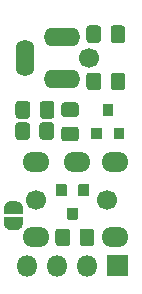
<source format=gbr>
%TF.GenerationSoftware,KiCad,Pcbnew,5.1.8*%
%TF.CreationDate,2020-12-26T21:24:44+01:00*%
%TF.ProjectId,kenwood-trrs,6b656e77-6f6f-4642-9d74-7272732e6b69,rev?*%
%TF.SameCoordinates,Original*%
%TF.FileFunction,Soldermask,Top*%
%TF.FilePolarity,Negative*%
%FSLAX46Y46*%
G04 Gerber Fmt 4.6, Leading zero omitted, Abs format (unit mm)*
G04 Created by KiCad (PCBNEW 5.1.8) date 2020-12-26 21:24:44*
%MOMM*%
%LPD*%
G01*
G04 APERTURE LIST*
%ADD10C,1.700000*%
%ADD11O,2.300000X1.700000*%
%ADD12C,0.100000*%
%ADD13O,1.800000X1.800000*%
%ADD14O,3.100000X1.600000*%
%ADD15O,1.600000X3.100000*%
G04 APERTURE END LIST*
D10*
%TO.C,J3*%
X157100000Y-88800000D03*
X151100000Y-88800000D03*
D11*
X157800000Y-85650000D03*
X157800000Y-91950000D03*
X154600000Y-85650000D03*
X151100000Y-85650000D03*
X151100000Y-91950000D03*
%TD*%
D12*
%TO.C,JP1*%
G36*
X148400961Y-90290245D02*
G01*
X148403806Y-90280866D01*
X148408427Y-90272221D01*
X148414645Y-90264645D01*
X148422221Y-90258427D01*
X148430866Y-90253806D01*
X148440245Y-90250961D01*
X148450000Y-90250000D01*
X149950000Y-90250000D01*
X149959755Y-90250961D01*
X149969134Y-90253806D01*
X149977779Y-90258427D01*
X149985355Y-90264645D01*
X149991573Y-90272221D01*
X149996194Y-90280866D01*
X149999039Y-90290245D01*
X150000000Y-90300000D01*
X150000000Y-90800000D01*
X149999398Y-90806111D01*
X149999398Y-90824534D01*
X149999157Y-90829435D01*
X149994347Y-90878266D01*
X149993627Y-90883119D01*
X149984055Y-90931244D01*
X149982863Y-90936005D01*
X149968619Y-90982960D01*
X149966966Y-90987579D01*
X149948189Y-91032912D01*
X149946091Y-91037349D01*
X149922960Y-91080622D01*
X149920438Y-91084829D01*
X149893178Y-91125628D01*
X149890254Y-91129570D01*
X149859126Y-91167499D01*
X149855831Y-91171134D01*
X149821134Y-91205831D01*
X149817499Y-91209126D01*
X149779570Y-91240254D01*
X149775628Y-91243178D01*
X149734829Y-91270438D01*
X149730622Y-91272960D01*
X149687349Y-91296091D01*
X149682912Y-91298189D01*
X149637579Y-91316966D01*
X149632960Y-91318619D01*
X149586005Y-91332863D01*
X149581244Y-91334055D01*
X149533119Y-91343627D01*
X149528266Y-91344347D01*
X149479435Y-91349157D01*
X149474534Y-91349398D01*
X149456111Y-91349398D01*
X149450000Y-91350000D01*
X148950000Y-91350000D01*
X148943889Y-91349398D01*
X148925466Y-91349398D01*
X148920565Y-91349157D01*
X148871734Y-91344347D01*
X148866881Y-91343627D01*
X148818756Y-91334055D01*
X148813995Y-91332863D01*
X148767040Y-91318619D01*
X148762421Y-91316966D01*
X148717088Y-91298189D01*
X148712651Y-91296091D01*
X148669378Y-91272960D01*
X148665171Y-91270438D01*
X148624372Y-91243178D01*
X148620430Y-91240254D01*
X148582501Y-91209126D01*
X148578866Y-91205831D01*
X148544169Y-91171134D01*
X148540874Y-91167499D01*
X148509746Y-91129570D01*
X148506822Y-91125628D01*
X148479562Y-91084829D01*
X148477040Y-91080622D01*
X148453909Y-91037349D01*
X148451811Y-91032912D01*
X148433034Y-90987579D01*
X148431381Y-90982960D01*
X148417137Y-90936005D01*
X148415945Y-90931244D01*
X148406373Y-90883119D01*
X148405653Y-90878266D01*
X148400843Y-90829435D01*
X148400602Y-90824534D01*
X148400602Y-90806111D01*
X148400000Y-90800000D01*
X148400000Y-90300000D01*
X148400961Y-90290245D01*
G37*
G36*
X148400602Y-89493889D02*
G01*
X148400602Y-89475466D01*
X148400843Y-89470565D01*
X148405653Y-89421734D01*
X148406373Y-89416881D01*
X148415945Y-89368756D01*
X148417137Y-89363995D01*
X148431381Y-89317040D01*
X148433034Y-89312421D01*
X148451811Y-89267088D01*
X148453909Y-89262651D01*
X148477040Y-89219378D01*
X148479562Y-89215171D01*
X148506822Y-89174372D01*
X148509746Y-89170430D01*
X148540874Y-89132501D01*
X148544169Y-89128866D01*
X148578866Y-89094169D01*
X148582501Y-89090874D01*
X148620430Y-89059746D01*
X148624372Y-89056822D01*
X148665171Y-89029562D01*
X148669378Y-89027040D01*
X148712651Y-89003909D01*
X148717088Y-89001811D01*
X148762421Y-88983034D01*
X148767040Y-88981381D01*
X148813995Y-88967137D01*
X148818756Y-88965945D01*
X148866881Y-88956373D01*
X148871734Y-88955653D01*
X148920565Y-88950843D01*
X148925466Y-88950602D01*
X148943889Y-88950602D01*
X148950000Y-88950000D01*
X149450000Y-88950000D01*
X149456111Y-88950602D01*
X149474534Y-88950602D01*
X149479435Y-88950843D01*
X149528266Y-88955653D01*
X149533119Y-88956373D01*
X149581244Y-88965945D01*
X149586005Y-88967137D01*
X149632960Y-88981381D01*
X149637579Y-88983034D01*
X149682912Y-89001811D01*
X149687349Y-89003909D01*
X149730622Y-89027040D01*
X149734829Y-89029562D01*
X149775628Y-89056822D01*
X149779570Y-89059746D01*
X149817499Y-89090874D01*
X149821134Y-89094169D01*
X149855831Y-89128866D01*
X149859126Y-89132501D01*
X149890254Y-89170430D01*
X149893178Y-89174372D01*
X149920438Y-89215171D01*
X149922960Y-89219378D01*
X149946091Y-89262651D01*
X149948189Y-89267088D01*
X149966966Y-89312421D01*
X149968619Y-89317040D01*
X149982863Y-89363995D01*
X149984055Y-89368756D01*
X149993627Y-89416881D01*
X149994347Y-89421734D01*
X149999157Y-89470565D01*
X149999398Y-89475466D01*
X149999398Y-89493889D01*
X150000000Y-89500000D01*
X150000000Y-90000000D01*
X149999039Y-90009755D01*
X149996194Y-90019134D01*
X149991573Y-90027779D01*
X149985355Y-90035355D01*
X149977779Y-90041573D01*
X149969134Y-90046194D01*
X149959755Y-90049039D01*
X149950000Y-90050000D01*
X148450000Y-90050000D01*
X148440245Y-90049039D01*
X148430866Y-90046194D01*
X148422221Y-90041573D01*
X148414645Y-90035355D01*
X148408427Y-90027779D01*
X148403806Y-90019134D01*
X148400961Y-90009755D01*
X148400000Y-90000000D01*
X148400000Y-89500000D01*
X148400602Y-89493889D01*
G37*
%TD*%
D13*
%TO.C,J1*%
X150380000Y-94400000D03*
X152920000Y-94400000D03*
X155460000Y-94400000D03*
G36*
G01*
X157150000Y-93500000D02*
X158850000Y-93500000D01*
G75*
G02*
X158900000Y-93550000I0J-50000D01*
G01*
X158900000Y-95250000D01*
G75*
G02*
X158850000Y-95300000I-50000J0D01*
G01*
X157150000Y-95300000D01*
G75*
G02*
X157100000Y-95250000I0J50000D01*
G01*
X157100000Y-93550000D01*
G75*
G02*
X157150000Y-93500000I50000J0D01*
G01*
G37*
%TD*%
%TO.C,Q2*%
G36*
G01*
X153800000Y-89500000D02*
X154600000Y-89500000D01*
G75*
G02*
X154650000Y-89550000I0J-50000D01*
G01*
X154650000Y-90450000D01*
G75*
G02*
X154600000Y-90500000I-50000J0D01*
G01*
X153800000Y-90500000D01*
G75*
G02*
X153750000Y-90450000I0J50000D01*
G01*
X153750000Y-89550000D01*
G75*
G02*
X153800000Y-89500000I50000J0D01*
G01*
G37*
G36*
G01*
X152850000Y-87500000D02*
X153650000Y-87500000D01*
G75*
G02*
X153700000Y-87550000I0J-50000D01*
G01*
X153700000Y-88450000D01*
G75*
G02*
X153650000Y-88500000I-50000J0D01*
G01*
X152850000Y-88500000D01*
G75*
G02*
X152800000Y-88450000I0J50000D01*
G01*
X152800000Y-87550000D01*
G75*
G02*
X152850000Y-87500000I50000J0D01*
G01*
G37*
G36*
G01*
X154750000Y-87500000D02*
X155550000Y-87500000D01*
G75*
G02*
X155600000Y-87550000I0J-50000D01*
G01*
X155600000Y-88450000D01*
G75*
G02*
X155550000Y-88500000I-50000J0D01*
G01*
X154750000Y-88500000D01*
G75*
G02*
X154700000Y-88450000I0J50000D01*
G01*
X154700000Y-87550000D01*
G75*
G02*
X154750000Y-87500000I50000J0D01*
G01*
G37*
%TD*%
%TO.C,Q1*%
G36*
G01*
X157600000Y-81700000D02*
X156800000Y-81700000D01*
G75*
G02*
X156750000Y-81650000I0J50000D01*
G01*
X156750000Y-80750000D01*
G75*
G02*
X156800000Y-80700000I50000J0D01*
G01*
X157600000Y-80700000D01*
G75*
G02*
X157650000Y-80750000I0J-50000D01*
G01*
X157650000Y-81650000D01*
G75*
G02*
X157600000Y-81700000I-50000J0D01*
G01*
G37*
G36*
G01*
X158550000Y-83700000D02*
X157750000Y-83700000D01*
G75*
G02*
X157700000Y-83650000I0J50000D01*
G01*
X157700000Y-82750000D01*
G75*
G02*
X157750000Y-82700000I50000J0D01*
G01*
X158550000Y-82700000D01*
G75*
G02*
X158600000Y-82750000I0J-50000D01*
G01*
X158600000Y-83650000D01*
G75*
G02*
X158550000Y-83700000I-50000J0D01*
G01*
G37*
G36*
G01*
X156650000Y-83700000D02*
X155850000Y-83700000D01*
G75*
G02*
X155800000Y-83650000I0J50000D01*
G01*
X155800000Y-82750000D01*
G75*
G02*
X155850000Y-82700000I50000J0D01*
G01*
X156650000Y-82700000D01*
G75*
G02*
X156700000Y-82750000I0J-50000D01*
G01*
X156700000Y-83650000D01*
G75*
G02*
X156650000Y-83700000I-50000J0D01*
G01*
G37*
%TD*%
D10*
%TO.C,J2*%
X155600000Y-76800000D03*
D14*
X153300000Y-75050000D03*
X153300000Y-78550000D03*
D15*
X150200000Y-76800000D03*
%TD*%
%TO.C,R5*%
G36*
G01*
X153521738Y-82625000D02*
X154478262Y-82625000D01*
G75*
G02*
X154750000Y-82896738I0J-271738D01*
G01*
X154750000Y-83603262D01*
G75*
G02*
X154478262Y-83875000I-271738J0D01*
G01*
X153521738Y-83875000D01*
G75*
G02*
X153250000Y-83603262I0J271738D01*
G01*
X153250000Y-82896738D01*
G75*
G02*
X153521738Y-82625000I271738J0D01*
G01*
G37*
G36*
G01*
X153521738Y-80575000D02*
X154478262Y-80575000D01*
G75*
G02*
X154750000Y-80846738I0J-271738D01*
G01*
X154750000Y-81553262D01*
G75*
G02*
X154478262Y-81825000I-271738J0D01*
G01*
X153521738Y-81825000D01*
G75*
G02*
X153250000Y-81553262I0J271738D01*
G01*
X153250000Y-80846738D01*
G75*
G02*
X153521738Y-80575000I271738J0D01*
G01*
G37*
%TD*%
%TO.C,R4*%
G36*
G01*
X156625000Y-78321738D02*
X156625000Y-79278262D01*
G75*
G02*
X156353262Y-79550000I-271738J0D01*
G01*
X155646738Y-79550000D01*
G75*
G02*
X155375000Y-79278262I0J271738D01*
G01*
X155375000Y-78321738D01*
G75*
G02*
X155646738Y-78050000I271738J0D01*
G01*
X156353262Y-78050000D01*
G75*
G02*
X156625000Y-78321738I0J-271738D01*
G01*
G37*
G36*
G01*
X158675000Y-78321738D02*
X158675000Y-79278262D01*
G75*
G02*
X158403262Y-79550000I-271738J0D01*
G01*
X157696738Y-79550000D01*
G75*
G02*
X157425000Y-79278262I0J271738D01*
G01*
X157425000Y-78321738D01*
G75*
G02*
X157696738Y-78050000I271738J0D01*
G01*
X158403262Y-78050000D01*
G75*
G02*
X158675000Y-78321738I0J-271738D01*
G01*
G37*
%TD*%
%TO.C,R3*%
G36*
G01*
X156625000Y-74321738D02*
X156625000Y-75278262D01*
G75*
G02*
X156353262Y-75550000I-271738J0D01*
G01*
X155646738Y-75550000D01*
G75*
G02*
X155375000Y-75278262I0J271738D01*
G01*
X155375000Y-74321738D01*
G75*
G02*
X155646738Y-74050000I271738J0D01*
G01*
X156353262Y-74050000D01*
G75*
G02*
X156625000Y-74321738I0J-271738D01*
G01*
G37*
G36*
G01*
X158675000Y-74321738D02*
X158675000Y-75278262D01*
G75*
G02*
X158403262Y-75550000I-271738J0D01*
G01*
X157696738Y-75550000D01*
G75*
G02*
X157425000Y-75278262I0J271738D01*
G01*
X157425000Y-74321738D01*
G75*
G02*
X157696738Y-74050000I271738J0D01*
G01*
X158403262Y-74050000D01*
G75*
G02*
X158675000Y-74321738I0J-271738D01*
G01*
G37*
%TD*%
%TO.C,R2*%
G36*
G01*
X151425000Y-81678262D02*
X151425000Y-80721738D01*
G75*
G02*
X151696738Y-80450000I271738J0D01*
G01*
X152403262Y-80450000D01*
G75*
G02*
X152675000Y-80721738I0J-271738D01*
G01*
X152675000Y-81678262D01*
G75*
G02*
X152403262Y-81950000I-271738J0D01*
G01*
X151696738Y-81950000D01*
G75*
G02*
X151425000Y-81678262I0J271738D01*
G01*
G37*
G36*
G01*
X149375000Y-81678262D02*
X149375000Y-80721738D01*
G75*
G02*
X149646738Y-80450000I271738J0D01*
G01*
X150353262Y-80450000D01*
G75*
G02*
X150625000Y-80721738I0J-271738D01*
G01*
X150625000Y-81678262D01*
G75*
G02*
X150353262Y-81950000I-271738J0D01*
G01*
X149646738Y-81950000D01*
G75*
G02*
X149375000Y-81678262I0J271738D01*
G01*
G37*
%TD*%
%TO.C,R1*%
G36*
G01*
X154800000Y-92478262D02*
X154800000Y-91521738D01*
G75*
G02*
X155071738Y-91250000I271738J0D01*
G01*
X155778262Y-91250000D01*
G75*
G02*
X156050000Y-91521738I0J-271738D01*
G01*
X156050000Y-92478262D01*
G75*
G02*
X155778262Y-92750000I-271738J0D01*
G01*
X155071738Y-92750000D01*
G75*
G02*
X154800000Y-92478262I0J271738D01*
G01*
G37*
G36*
G01*
X152750000Y-92478262D02*
X152750000Y-91521738D01*
G75*
G02*
X153021738Y-91250000I271738J0D01*
G01*
X153728262Y-91250000D01*
G75*
G02*
X154000000Y-91521738I0J-271738D01*
G01*
X154000000Y-92478262D01*
G75*
G02*
X153728262Y-92750000I-271738J0D01*
G01*
X153021738Y-92750000D01*
G75*
G02*
X152750000Y-92478262I0J271738D01*
G01*
G37*
%TD*%
%TO.C,C1*%
G36*
G01*
X151400000Y-83478262D02*
X151400000Y-82521738D01*
G75*
G02*
X151671738Y-82250000I271738J0D01*
G01*
X152378262Y-82250000D01*
G75*
G02*
X152650000Y-82521738I0J-271738D01*
G01*
X152650000Y-83478262D01*
G75*
G02*
X152378262Y-83750000I-271738J0D01*
G01*
X151671738Y-83750000D01*
G75*
G02*
X151400000Y-83478262I0J271738D01*
G01*
G37*
G36*
G01*
X149350000Y-83478262D02*
X149350000Y-82521738D01*
G75*
G02*
X149621738Y-82250000I271738J0D01*
G01*
X150328262Y-82250000D01*
G75*
G02*
X150600000Y-82521738I0J-271738D01*
G01*
X150600000Y-83478262D01*
G75*
G02*
X150328262Y-83750000I-271738J0D01*
G01*
X149621738Y-83750000D01*
G75*
G02*
X149350000Y-83478262I0J271738D01*
G01*
G37*
%TD*%
M02*

</source>
